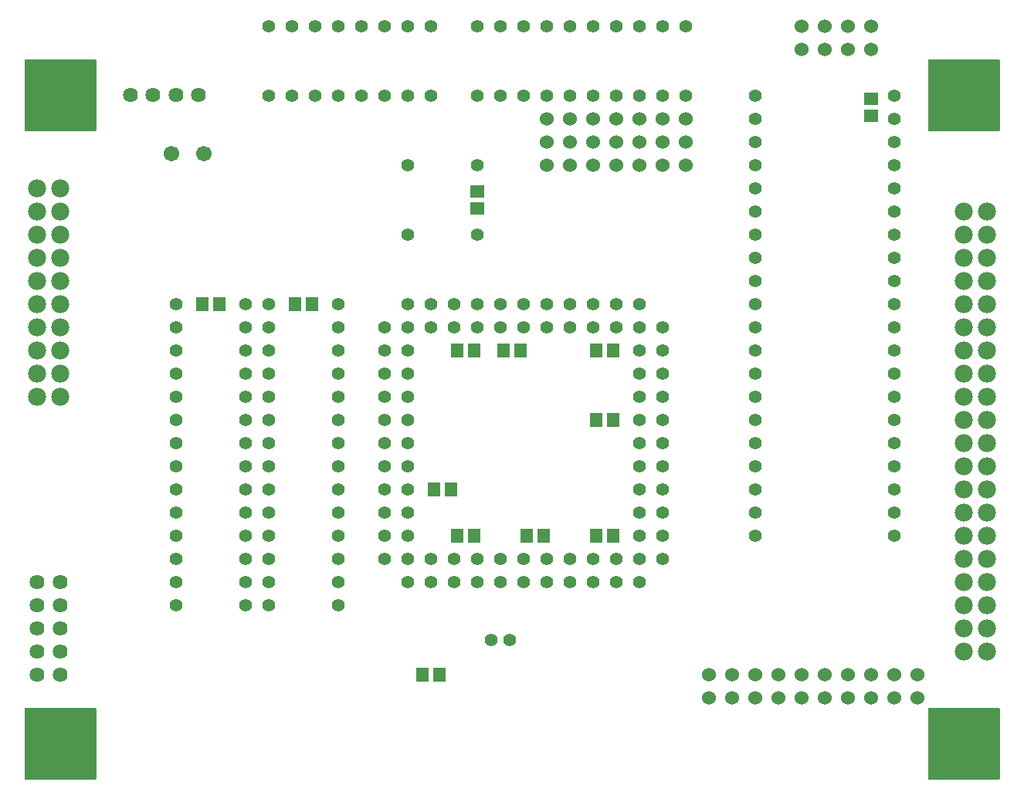
<source format=gbr>
G04 EAGLE Gerber RS-274X export*
G75*
%MOMM*%
%FSLAX34Y34*%
%LPD*%
%INSoldermask Bottom*%
%IPPOS*%
%AMOC8*
5,1,8,0,0,1.08239X$1,22.5*%
G01*
%ADD10C,1.981200*%
%ADD11R,1.601600X1.401600*%
%ADD12C,1.701800*%
%ADD13C,1.422400*%
%ADD14C,1.625600*%
%ADD15R,1.401600X1.601600*%
%ADD16C,1.524000*%
%ADD17C,4.117600*%

G36*
X1066918Y633746D02*
X1066918Y633746D01*
X1067037Y633753D01*
X1067075Y633766D01*
X1067116Y633771D01*
X1067226Y633814D01*
X1067339Y633851D01*
X1067374Y633873D01*
X1067411Y633888D01*
X1067507Y633958D01*
X1067608Y634021D01*
X1067636Y634051D01*
X1067669Y634074D01*
X1067745Y634166D01*
X1067826Y634253D01*
X1067846Y634288D01*
X1067871Y634319D01*
X1067922Y634427D01*
X1067980Y634531D01*
X1067990Y634571D01*
X1068007Y634607D01*
X1068029Y634724D01*
X1068059Y634839D01*
X1068063Y634900D01*
X1068067Y634920D01*
X1068065Y634940D01*
X1068069Y635000D01*
X1068069Y711200D01*
X1068054Y711318D01*
X1068047Y711437D01*
X1068034Y711475D01*
X1068029Y711516D01*
X1067986Y711626D01*
X1067949Y711739D01*
X1067927Y711774D01*
X1067912Y711811D01*
X1067843Y711907D01*
X1067779Y712008D01*
X1067749Y712036D01*
X1067726Y712069D01*
X1067634Y712145D01*
X1067547Y712226D01*
X1067512Y712246D01*
X1067481Y712271D01*
X1067373Y712322D01*
X1067269Y712380D01*
X1067229Y712390D01*
X1067193Y712407D01*
X1067076Y712429D01*
X1066961Y712459D01*
X1066901Y712463D01*
X1066881Y712467D01*
X1066860Y712465D01*
X1066800Y712469D01*
X990600Y712469D01*
X990482Y712454D01*
X990363Y712447D01*
X990325Y712434D01*
X990284Y712429D01*
X990174Y712386D01*
X990061Y712349D01*
X990026Y712327D01*
X989989Y712312D01*
X989893Y712243D01*
X989792Y712179D01*
X989764Y712149D01*
X989731Y712126D01*
X989656Y712034D01*
X989574Y711947D01*
X989554Y711912D01*
X989529Y711881D01*
X989478Y711773D01*
X989420Y711669D01*
X989410Y711629D01*
X989393Y711593D01*
X989371Y711476D01*
X989341Y711361D01*
X989337Y711301D01*
X989333Y711281D01*
X989335Y711260D01*
X989331Y711200D01*
X989331Y635000D01*
X989346Y634882D01*
X989353Y634763D01*
X989366Y634725D01*
X989371Y634684D01*
X989414Y634574D01*
X989451Y634461D01*
X989473Y634426D01*
X989488Y634389D01*
X989558Y634293D01*
X989621Y634192D01*
X989651Y634164D01*
X989674Y634131D01*
X989766Y634056D01*
X989853Y633974D01*
X989888Y633954D01*
X989919Y633929D01*
X990027Y633878D01*
X990131Y633820D01*
X990171Y633810D01*
X990207Y633793D01*
X990324Y633771D01*
X990439Y633741D01*
X990500Y633737D01*
X990520Y633733D01*
X990540Y633735D01*
X990600Y633731D01*
X1066800Y633731D01*
X1066918Y633746D01*
G37*
G36*
X76318Y633746D02*
X76318Y633746D01*
X76437Y633753D01*
X76475Y633766D01*
X76516Y633771D01*
X76626Y633814D01*
X76739Y633851D01*
X76774Y633873D01*
X76811Y633888D01*
X76907Y633958D01*
X77008Y634021D01*
X77036Y634051D01*
X77069Y634074D01*
X77145Y634166D01*
X77226Y634253D01*
X77246Y634288D01*
X77271Y634319D01*
X77322Y634427D01*
X77380Y634531D01*
X77390Y634571D01*
X77407Y634607D01*
X77429Y634724D01*
X77459Y634839D01*
X77463Y634900D01*
X77467Y634920D01*
X77465Y634940D01*
X77469Y635000D01*
X77469Y711200D01*
X77454Y711318D01*
X77447Y711437D01*
X77434Y711475D01*
X77429Y711516D01*
X77386Y711626D01*
X77349Y711739D01*
X77327Y711774D01*
X77312Y711811D01*
X77243Y711907D01*
X77179Y712008D01*
X77149Y712036D01*
X77126Y712069D01*
X77034Y712145D01*
X76947Y712226D01*
X76912Y712246D01*
X76881Y712271D01*
X76773Y712322D01*
X76669Y712380D01*
X76629Y712390D01*
X76593Y712407D01*
X76476Y712429D01*
X76361Y712459D01*
X76301Y712463D01*
X76281Y712467D01*
X76260Y712465D01*
X76200Y712469D01*
X0Y712469D01*
X-118Y712454D01*
X-237Y712447D01*
X-275Y712434D01*
X-316Y712429D01*
X-426Y712386D01*
X-539Y712349D01*
X-574Y712327D01*
X-611Y712312D01*
X-707Y712243D01*
X-808Y712179D01*
X-836Y712149D01*
X-869Y712126D01*
X-945Y712034D01*
X-1026Y711947D01*
X-1046Y711912D01*
X-1071Y711881D01*
X-1122Y711773D01*
X-1180Y711669D01*
X-1190Y711629D01*
X-1207Y711593D01*
X-1229Y711476D01*
X-1259Y711361D01*
X-1263Y711301D01*
X-1267Y711281D01*
X-1265Y711260D01*
X-1269Y711200D01*
X-1269Y635000D01*
X-1254Y634882D01*
X-1247Y634763D01*
X-1234Y634725D01*
X-1229Y634684D01*
X-1186Y634574D01*
X-1149Y634461D01*
X-1127Y634426D01*
X-1112Y634389D01*
X-1043Y634293D01*
X-979Y634192D01*
X-949Y634164D01*
X-926Y634131D01*
X-834Y634056D01*
X-747Y633974D01*
X-712Y633954D01*
X-681Y633929D01*
X-573Y633878D01*
X-469Y633820D01*
X-429Y633810D01*
X-393Y633793D01*
X-276Y633771D01*
X-161Y633741D01*
X-101Y633737D01*
X-81Y633733D01*
X-60Y633735D01*
X0Y633731D01*
X76200Y633731D01*
X76318Y633746D01*
G37*
G36*
X76318Y-77454D02*
X76318Y-77454D01*
X76437Y-77447D01*
X76475Y-77434D01*
X76516Y-77429D01*
X76626Y-77386D01*
X76739Y-77349D01*
X76774Y-77327D01*
X76811Y-77312D01*
X76907Y-77243D01*
X77008Y-77179D01*
X77036Y-77149D01*
X77069Y-77126D01*
X77145Y-77034D01*
X77226Y-76947D01*
X77246Y-76912D01*
X77271Y-76881D01*
X77322Y-76773D01*
X77380Y-76669D01*
X77390Y-76629D01*
X77407Y-76593D01*
X77429Y-76476D01*
X77459Y-76361D01*
X77463Y-76301D01*
X77467Y-76281D01*
X77465Y-76260D01*
X77469Y-76200D01*
X77469Y0D01*
X77454Y118D01*
X77447Y237D01*
X77434Y275D01*
X77429Y316D01*
X77386Y426D01*
X77349Y539D01*
X77327Y574D01*
X77312Y611D01*
X77243Y707D01*
X77179Y808D01*
X77149Y836D01*
X77126Y869D01*
X77034Y945D01*
X76947Y1026D01*
X76912Y1046D01*
X76881Y1071D01*
X76773Y1122D01*
X76669Y1180D01*
X76629Y1190D01*
X76593Y1207D01*
X76476Y1229D01*
X76361Y1259D01*
X76301Y1263D01*
X76281Y1267D01*
X76260Y1265D01*
X76200Y1269D01*
X0Y1269D01*
X-118Y1254D01*
X-237Y1247D01*
X-275Y1234D01*
X-316Y1229D01*
X-426Y1186D01*
X-539Y1149D01*
X-574Y1127D01*
X-611Y1112D01*
X-707Y1043D01*
X-808Y979D01*
X-836Y949D01*
X-869Y926D01*
X-945Y834D01*
X-1026Y747D01*
X-1046Y712D01*
X-1071Y681D01*
X-1122Y573D01*
X-1180Y469D01*
X-1190Y429D01*
X-1207Y393D01*
X-1229Y276D01*
X-1259Y161D01*
X-1263Y101D01*
X-1267Y81D01*
X-1265Y60D01*
X-1269Y0D01*
X-1269Y-76200D01*
X-1254Y-76318D01*
X-1247Y-76437D01*
X-1234Y-76475D01*
X-1229Y-76516D01*
X-1186Y-76626D01*
X-1149Y-76739D01*
X-1127Y-76774D01*
X-1112Y-76811D01*
X-1043Y-76907D01*
X-979Y-77008D01*
X-949Y-77036D01*
X-926Y-77069D01*
X-834Y-77145D01*
X-747Y-77226D01*
X-712Y-77246D01*
X-681Y-77271D01*
X-573Y-77322D01*
X-469Y-77380D01*
X-429Y-77390D01*
X-393Y-77407D01*
X-276Y-77429D01*
X-161Y-77459D01*
X-101Y-77463D01*
X-81Y-77467D01*
X-60Y-77465D01*
X0Y-77469D01*
X76200Y-77469D01*
X76318Y-77454D01*
G37*
G36*
X1066918Y-77454D02*
X1066918Y-77454D01*
X1067037Y-77447D01*
X1067075Y-77434D01*
X1067116Y-77429D01*
X1067226Y-77386D01*
X1067339Y-77349D01*
X1067374Y-77327D01*
X1067411Y-77312D01*
X1067507Y-77243D01*
X1067608Y-77179D01*
X1067636Y-77149D01*
X1067669Y-77126D01*
X1067745Y-77034D01*
X1067826Y-76947D01*
X1067846Y-76912D01*
X1067871Y-76881D01*
X1067922Y-76773D01*
X1067980Y-76669D01*
X1067990Y-76629D01*
X1068007Y-76593D01*
X1068029Y-76476D01*
X1068059Y-76361D01*
X1068063Y-76301D01*
X1068067Y-76281D01*
X1068065Y-76260D01*
X1068069Y-76200D01*
X1068069Y0D01*
X1068054Y118D01*
X1068047Y237D01*
X1068034Y275D01*
X1068029Y316D01*
X1067986Y426D01*
X1067949Y539D01*
X1067927Y574D01*
X1067912Y611D01*
X1067843Y707D01*
X1067779Y808D01*
X1067749Y836D01*
X1067726Y869D01*
X1067634Y945D01*
X1067547Y1026D01*
X1067512Y1046D01*
X1067481Y1071D01*
X1067373Y1122D01*
X1067269Y1180D01*
X1067229Y1190D01*
X1067193Y1207D01*
X1067076Y1229D01*
X1066961Y1259D01*
X1066901Y1263D01*
X1066881Y1267D01*
X1066860Y1265D01*
X1066800Y1269D01*
X990600Y1269D01*
X990482Y1254D01*
X990363Y1247D01*
X990325Y1234D01*
X990284Y1229D01*
X990174Y1186D01*
X990061Y1149D01*
X990026Y1127D01*
X989989Y1112D01*
X989893Y1043D01*
X989792Y979D01*
X989764Y949D01*
X989731Y926D01*
X989656Y834D01*
X989574Y747D01*
X989554Y712D01*
X989529Y681D01*
X989478Y573D01*
X989420Y469D01*
X989410Y429D01*
X989393Y393D01*
X989371Y276D01*
X989341Y161D01*
X989337Y101D01*
X989333Y81D01*
X989335Y60D01*
X989331Y0D01*
X989331Y-76200D01*
X989346Y-76318D01*
X989353Y-76437D01*
X989366Y-76475D01*
X989371Y-76516D01*
X989414Y-76626D01*
X989451Y-76739D01*
X989473Y-76774D01*
X989488Y-76811D01*
X989558Y-76907D01*
X989621Y-77008D01*
X989651Y-77036D01*
X989674Y-77069D01*
X989766Y-77145D01*
X989853Y-77226D01*
X989888Y-77246D01*
X989919Y-77271D01*
X990027Y-77322D01*
X990131Y-77380D01*
X990171Y-77390D01*
X990207Y-77407D01*
X990324Y-77429D01*
X990439Y-77459D01*
X990500Y-77463D01*
X990520Y-77467D01*
X990540Y-77465D01*
X990600Y-77469D01*
X1066800Y-77469D01*
X1066918Y-77454D01*
G37*
D10*
X1054100Y63500D03*
X1028700Y63500D03*
X1054100Y88900D03*
X1028700Y88900D03*
X1054100Y114300D03*
X1028700Y114300D03*
X1054100Y139700D03*
X1028700Y139700D03*
X1054100Y165100D03*
X1028700Y165100D03*
X1054100Y190500D03*
X1028700Y190500D03*
X1054100Y215900D03*
X1028700Y215900D03*
X1054100Y241300D03*
X1028700Y241300D03*
X1054100Y266700D03*
X1028700Y266700D03*
X1054100Y292100D03*
X1028700Y292100D03*
X1054100Y317500D03*
X1028700Y317500D03*
X1054100Y342900D03*
X1028700Y342900D03*
X1054100Y368300D03*
X1028700Y368300D03*
X1054100Y393700D03*
X1028700Y393700D03*
X1054100Y419100D03*
X1028700Y419100D03*
X1054100Y444500D03*
X1028700Y444500D03*
X1054100Y469900D03*
X1028700Y469900D03*
X1054100Y495300D03*
X1028700Y495300D03*
X1054100Y520700D03*
X1028700Y520700D03*
X1054100Y546100D03*
X1028700Y546100D03*
D11*
X495300Y568300D03*
X495300Y549300D03*
D12*
X195580Y609600D03*
X160020Y609600D03*
D10*
X38100Y342900D03*
X12700Y342900D03*
X38100Y368300D03*
X12700Y368300D03*
X38100Y393700D03*
X12700Y393700D03*
X38100Y419100D03*
X12700Y419100D03*
X38100Y444500D03*
X12700Y444500D03*
X38100Y469900D03*
X12700Y469900D03*
X38100Y495300D03*
X12700Y495300D03*
X38100Y520700D03*
X12700Y520700D03*
X38100Y546100D03*
X12700Y546100D03*
X38100Y571500D03*
X12700Y571500D03*
D13*
X546100Y444500D03*
X546100Y419100D03*
X520700Y444500D03*
X520700Y419100D03*
X495300Y444500D03*
X495300Y419100D03*
X469900Y444500D03*
X469900Y419100D03*
X444500Y444500D03*
X444500Y419100D03*
X419100Y444500D03*
X393700Y419100D03*
X419100Y419100D03*
X393700Y393700D03*
X419100Y393700D03*
X393700Y368300D03*
X419100Y368300D03*
X393700Y342900D03*
X419100Y342900D03*
X393700Y317500D03*
X419100Y317500D03*
X393700Y292100D03*
X419100Y292100D03*
X393700Y266700D03*
X419100Y266700D03*
X393700Y241300D03*
X419100Y241300D03*
X393700Y215900D03*
X419100Y215900D03*
X393700Y190500D03*
X393700Y165100D03*
X419100Y190500D03*
X419100Y139700D03*
X419100Y165100D03*
X444500Y165100D03*
X444500Y139700D03*
X469900Y165100D03*
X469900Y139700D03*
X495300Y165100D03*
X495300Y139700D03*
X520700Y139700D03*
X520700Y165100D03*
X546100Y139700D03*
X546100Y165100D03*
X571500Y139700D03*
X571500Y165100D03*
X596900Y139700D03*
X596900Y165100D03*
X622300Y165100D03*
X622300Y139700D03*
X647700Y165100D03*
X647700Y139700D03*
X673100Y139700D03*
X673100Y419100D03*
X698500Y419100D03*
X673100Y393700D03*
X698500Y393700D03*
X673100Y368300D03*
X698500Y368300D03*
X673100Y342900D03*
X698500Y342900D03*
X673100Y317500D03*
X698500Y317500D03*
X673100Y292100D03*
X698500Y292100D03*
X673100Y266700D03*
X698500Y266700D03*
X673100Y241300D03*
X698500Y241300D03*
X673100Y215900D03*
X698500Y215900D03*
X673100Y190500D03*
X673100Y165100D03*
X698500Y190500D03*
X698500Y165100D03*
X596900Y419100D03*
X596900Y444500D03*
X622300Y419100D03*
X622300Y444500D03*
X647700Y419100D03*
X647700Y444500D03*
X673100Y444500D03*
X571500Y444500D03*
X571500Y419100D03*
X266700Y444500D03*
X266700Y419100D03*
X266700Y292100D03*
X266700Y266700D03*
X266700Y393700D03*
X266700Y368300D03*
X266700Y317500D03*
X266700Y342900D03*
X266700Y241300D03*
X266700Y215900D03*
X266700Y190500D03*
X266700Y165100D03*
X266700Y139700D03*
X266700Y114300D03*
X342900Y114300D03*
X342900Y139700D03*
X342900Y165100D03*
X342900Y190500D03*
X342900Y215900D03*
X342900Y241300D03*
X342900Y266700D03*
X342900Y292100D03*
X342900Y317500D03*
X342900Y342900D03*
X342900Y368300D03*
X342900Y393700D03*
X342900Y419100D03*
X342900Y444500D03*
D14*
X139900Y674100D03*
X114900Y674100D03*
X164900Y674100D03*
X189900Y674100D03*
D13*
X419100Y596900D03*
X419100Y520700D03*
X495300Y520700D03*
X495300Y596900D03*
D15*
X473100Y393700D03*
X492100Y393700D03*
X523900Y393700D03*
X542900Y393700D03*
X644500Y393700D03*
X625500Y393700D03*
X644500Y317500D03*
X625500Y317500D03*
X549300Y190500D03*
X568300Y190500D03*
X644500Y190500D03*
X625500Y190500D03*
X473100Y190500D03*
X492100Y190500D03*
X447700Y241300D03*
X466700Y241300D03*
D13*
X165100Y444500D03*
X165100Y419100D03*
X165100Y292100D03*
X165100Y266700D03*
X165100Y393700D03*
X165100Y368300D03*
X165100Y317500D03*
X165100Y342900D03*
X165100Y241300D03*
X165100Y215900D03*
X165100Y190500D03*
X165100Y165100D03*
X165100Y139700D03*
X165100Y114300D03*
X241300Y114300D03*
X241300Y139700D03*
X241300Y165100D03*
X241300Y190500D03*
X241300Y215900D03*
X241300Y241300D03*
X241300Y266700D03*
X241300Y292100D03*
X241300Y317500D03*
X241300Y342900D03*
X241300Y368300D03*
X241300Y393700D03*
X241300Y419100D03*
X241300Y444500D03*
D15*
X314300Y444500D03*
X295300Y444500D03*
X212700Y444500D03*
X193700Y444500D03*
X435000Y38100D03*
X454000Y38100D03*
D14*
X38100Y38100D03*
X38100Y63500D03*
X38100Y88900D03*
X38100Y114300D03*
X38100Y139700D03*
X12700Y38100D03*
X12700Y63500D03*
X12700Y88900D03*
X12700Y114300D03*
X12700Y139700D03*
D13*
X530860Y76200D03*
X510540Y76200D03*
X952500Y190500D03*
X952500Y215900D03*
X952500Y342900D03*
X952500Y368300D03*
X952500Y241300D03*
X952500Y266700D03*
X952500Y317500D03*
X952500Y292100D03*
X952500Y393700D03*
X952500Y419100D03*
X952500Y444500D03*
X952500Y469900D03*
X952500Y495300D03*
X952500Y520700D03*
X952500Y546100D03*
X952500Y571500D03*
X952500Y596900D03*
X952500Y622300D03*
X952500Y647700D03*
X952500Y673100D03*
X800100Y673100D03*
X800100Y647700D03*
X800100Y622300D03*
X800100Y596900D03*
X800100Y571500D03*
X800100Y546100D03*
X800100Y520700D03*
X800100Y495300D03*
X800100Y469900D03*
X800100Y444500D03*
X800100Y419100D03*
X800100Y393700D03*
X800100Y368300D03*
X800100Y342900D03*
X800100Y317500D03*
X800100Y292100D03*
X800100Y266700D03*
X800100Y241300D03*
X800100Y215900D03*
X800100Y190500D03*
X495300Y673100D03*
X520700Y673100D03*
X647700Y673100D03*
X673100Y673100D03*
X546100Y673100D03*
X571500Y673100D03*
X622300Y673100D03*
X596900Y673100D03*
X698500Y673100D03*
X723900Y673100D03*
X723900Y749300D03*
X698500Y749300D03*
X673100Y749300D03*
X647700Y749300D03*
X622300Y749300D03*
X596900Y749300D03*
X571500Y749300D03*
X546100Y749300D03*
X520700Y749300D03*
X495300Y749300D03*
X266700Y673100D03*
X292100Y673100D03*
X419100Y673100D03*
X444500Y673100D03*
X317500Y673100D03*
X342900Y673100D03*
X393700Y673100D03*
X368300Y673100D03*
X444500Y749300D03*
X419100Y749300D03*
X393700Y749300D03*
X368300Y749300D03*
X342900Y749300D03*
X317500Y749300D03*
X292100Y749300D03*
X266700Y749300D03*
D16*
X571500Y596900D03*
X571500Y622300D03*
X571500Y647700D03*
X596900Y596900D03*
X596900Y622300D03*
X596900Y647700D03*
X622300Y596900D03*
X622300Y622300D03*
X622300Y647700D03*
X647700Y596900D03*
X647700Y622300D03*
X647700Y647700D03*
X673100Y596900D03*
X673100Y622300D03*
X673100Y647700D03*
X698500Y596900D03*
X698500Y622300D03*
X698500Y647700D03*
X723900Y596900D03*
X723900Y622300D03*
X723900Y647700D03*
X977900Y38100D03*
X977900Y12700D03*
X952500Y38100D03*
X952500Y12700D03*
X927100Y38100D03*
X927100Y12700D03*
X901700Y38100D03*
X901700Y12700D03*
X876300Y38100D03*
X876300Y12700D03*
X850900Y38100D03*
X850900Y12700D03*
X825500Y38100D03*
X825500Y12700D03*
X800100Y38100D03*
X800100Y12700D03*
X774700Y38100D03*
X774700Y12700D03*
X749300Y38100D03*
X749300Y12700D03*
X927100Y749300D03*
X927100Y723900D03*
X901700Y749300D03*
X901700Y723900D03*
X876300Y749300D03*
X876300Y723900D03*
X850900Y723900D03*
X850900Y749300D03*
D11*
X927100Y669900D03*
X927100Y650900D03*
D17*
X38100Y-38100D03*
X1028700Y-38100D03*
X38100Y673100D03*
X1028700Y673100D03*
M02*

</source>
